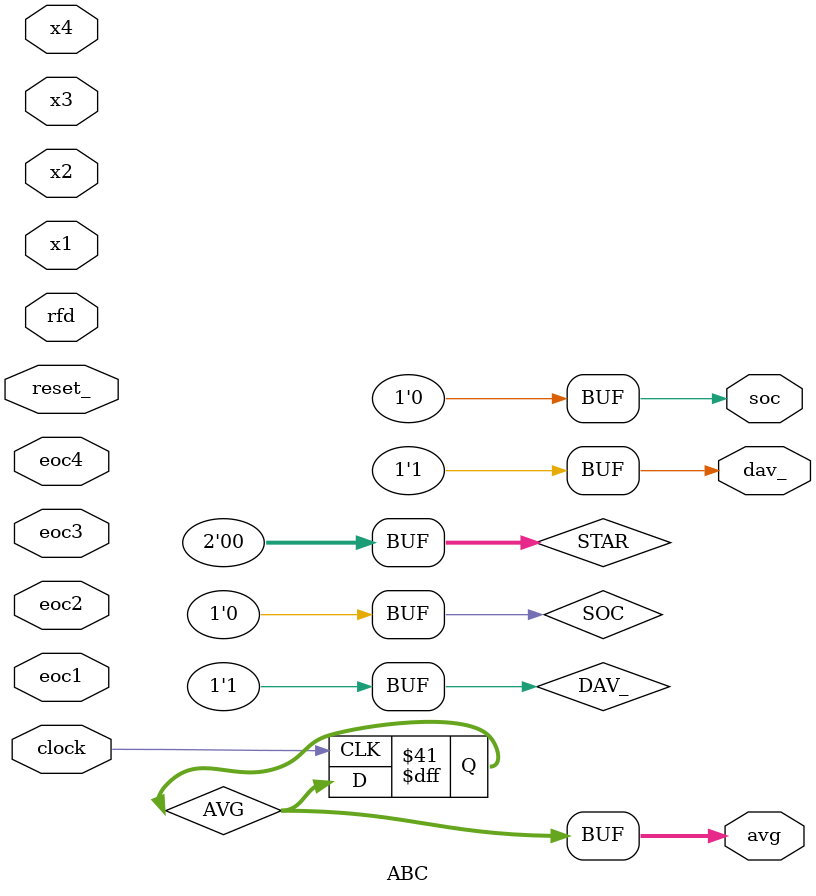
<source format=v>
module ABC (
    x1, x2, x3, x4,
    eoc1, eoc2, eoc3, eoc4,
    soc,
    clock, reset_,
    dav_, rfd, avg
);

    input clock, reset_;

    input[7:0] x1, x2, x3, x4;
    input eoc1, eoc2, eoc3, eoc4;
    output soc;

    output dav_;
    input rfd;

    output[7:0] avg;

    reg SOC; assign soc = SOC;
    reg DAV_; assign dav_ = DAV_;
    reg[7:0] AVG; assign avg = AVG;

    reg[1:0] STAR;
    localparam S0 = 0, S1 = 1, S2 = 2, S3 = 3;

    always @(reset_ == 0) #1
    begin
        SOC <= 0;
        DAV_ <= 1;
        STAR <= S0;
    end

    always @(posedge clock) if (reset_ == 1) #3
    casex (STAR)
        S0: begin
            SOC <= 1;
            STAR <= ({eoc1, eoc2, eoc3, eoc4} == 4'b0000) ? S1 : S0;
        end
        S1: begin
            SOC <= 0;
            AVG <= (x1 + x2 + x3 + x4) / 4;
            STAR <= ({eoc1, eoc2, eoc3, eoc4} == 4'b1111) ? S2: S1;
        end
        S2: begin
            DAV_ <= 0;
            STAR <= rfd ? S3 : S0;
        end
        S3: begin
            DAV_ <= 1;
            STAR <= rfd ? S3 : S0;
        end
    endcase
endmodule
</source>
